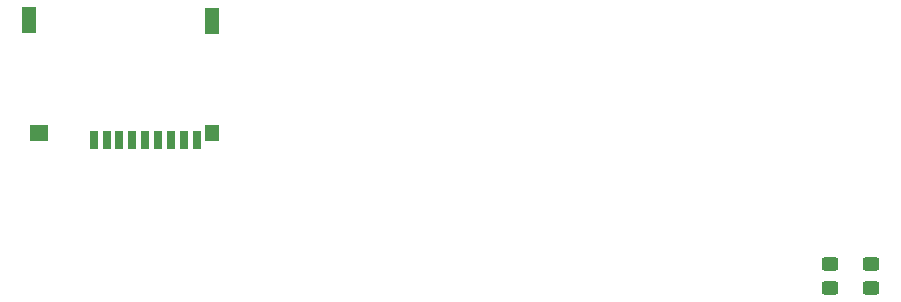
<source format=gbr>
%TF.GenerationSoftware,KiCad,Pcbnew,9.0.1*%
%TF.CreationDate,2025-05-19T08:35:17+02:00*%
%TF.ProjectId,sdiskII_stm32,73646973-6b49-4495-9f73-746d33322e6b,6*%
%TF.SameCoordinates,Original*%
%TF.FileFunction,Paste,Top*%
%TF.FilePolarity,Positive*%
%FSLAX46Y46*%
G04 Gerber Fmt 4.6, Leading zero omitted, Abs format (unit mm)*
G04 Created by KiCad (PCBNEW 9.0.1) date 2025-05-19 08:35:17*
%MOMM*%
%LPD*%
G01*
G04 APERTURE LIST*
G04 Aperture macros list*
%AMRoundRect*
0 Rectangle with rounded corners*
0 $1 Rounding radius*
0 $2 $3 $4 $5 $6 $7 $8 $9 X,Y pos of 4 corners*
0 Add a 4 corners polygon primitive as box body*
4,1,4,$2,$3,$4,$5,$6,$7,$8,$9,$2,$3,0*
0 Add four circle primitives for the rounded corners*
1,1,$1+$1,$2,$3*
1,1,$1+$1,$4,$5*
1,1,$1+$1,$6,$7*
1,1,$1+$1,$8,$9*
0 Add four rect primitives between the rounded corners*
20,1,$1+$1,$2,$3,$4,$5,0*
20,1,$1+$1,$4,$5,$6,$7,0*
20,1,$1+$1,$6,$7,$8,$9,0*
20,1,$1+$1,$8,$9,$2,$3,0*%
G04 Aperture macros list end*
%ADD10RoundRect,0.250000X0.450000X-0.325000X0.450000X0.325000X-0.450000X0.325000X-0.450000X-0.325000X0*%
%ADD11R,1.600000X1.400000*%
%ADD12R,1.200000X2.200000*%
%ADD13R,0.700000X1.600000*%
%ADD14R,1.200000X1.400000*%
G04 APERTURE END LIST*
D10*
%TO.C,D3*%
X201470000Y-111830000D03*
X201470000Y-109780000D03*
%TD*%
%TO.C,D2*%
X205000000Y-111840000D03*
X205000000Y-109790000D03*
%TD*%
D11*
%TO.C,U2*%
X134540000Y-98750000D03*
D12*
X149140000Y-89250000D03*
D13*
X139140000Y-99350000D03*
X140240000Y-99350000D03*
X141340000Y-99350000D03*
X142440000Y-99350000D03*
X143540000Y-99350000D03*
X144640000Y-99350000D03*
X145740000Y-99350000D03*
X146840000Y-99350000D03*
X147940000Y-99350000D03*
D14*
X149140000Y-98750000D03*
D12*
X133640000Y-89150000D03*
%TD*%
M02*

</source>
